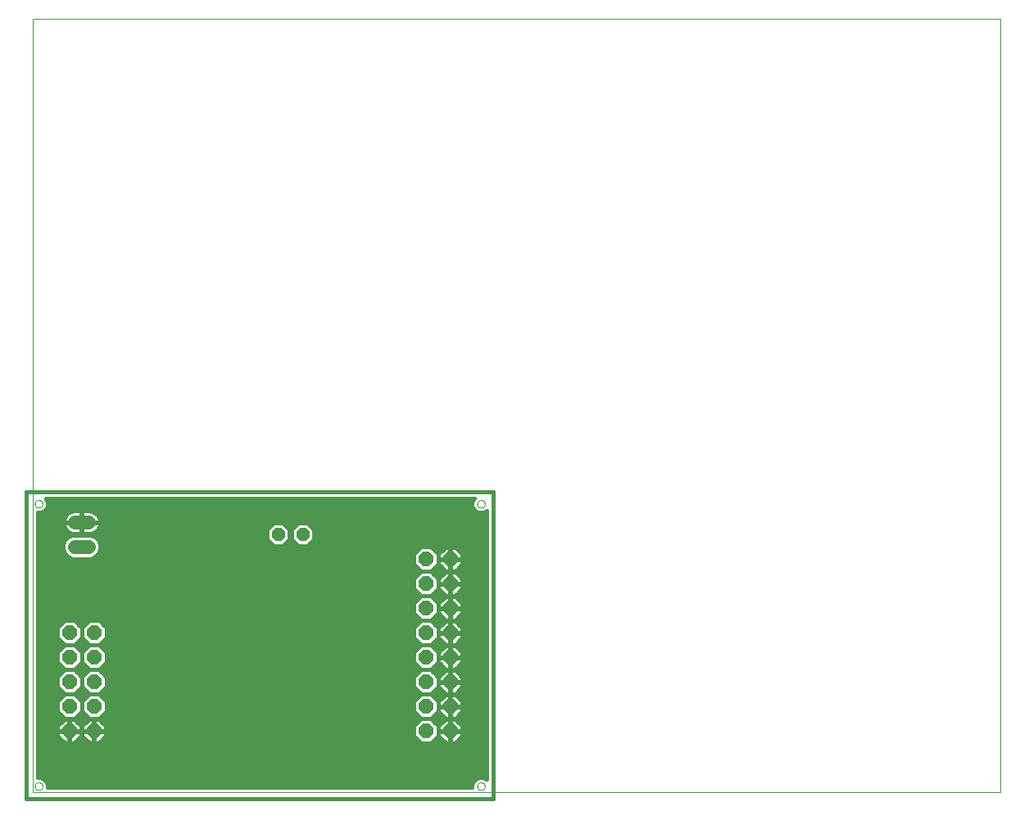
<source format=gbl>
G75*
G70*
%OFA0B0*%
%FSLAX24Y24*%
%IPPOS*%
%LPD*%
%AMOC8*
5,1,8,0,0,1.08239X$1,22.5*
%
%ADD10C,0.0000*%
%ADD11C,0.0160*%
%ADD12OC8,0.0594*%
%ADD13C,0.0560*%
%ADD14OC8,0.0520*%
D10*
X000430Y000430D02*
X000430Y031926D01*
X039800Y031926D01*
X039800Y000430D01*
X000430Y000430D01*
X000523Y000680D02*
X000525Y000705D01*
X000531Y000729D01*
X000540Y000751D01*
X000553Y000772D01*
X000569Y000791D01*
X000588Y000807D01*
X000609Y000820D01*
X000631Y000829D01*
X000655Y000835D01*
X000680Y000837D01*
X000705Y000835D01*
X000729Y000829D01*
X000751Y000820D01*
X000772Y000807D01*
X000791Y000791D01*
X000807Y000772D01*
X000820Y000751D01*
X000829Y000729D01*
X000835Y000705D01*
X000837Y000680D01*
X000835Y000655D01*
X000829Y000631D01*
X000820Y000609D01*
X000807Y000588D01*
X000791Y000569D01*
X000772Y000553D01*
X000751Y000540D01*
X000729Y000531D01*
X000705Y000525D01*
X000680Y000523D01*
X000655Y000525D01*
X000631Y000531D01*
X000609Y000540D01*
X000588Y000553D01*
X000569Y000569D01*
X000553Y000588D01*
X000540Y000609D01*
X000531Y000631D01*
X000525Y000655D01*
X000523Y000680D01*
X000523Y012180D02*
X000525Y012205D01*
X000531Y012229D01*
X000540Y012251D01*
X000553Y012272D01*
X000569Y012291D01*
X000588Y012307D01*
X000609Y012320D01*
X000631Y012329D01*
X000655Y012335D01*
X000680Y012337D01*
X000705Y012335D01*
X000729Y012329D01*
X000751Y012320D01*
X000772Y012307D01*
X000791Y012291D01*
X000807Y012272D01*
X000820Y012251D01*
X000829Y012229D01*
X000835Y012205D01*
X000837Y012180D01*
X000835Y012155D01*
X000829Y012131D01*
X000820Y012109D01*
X000807Y012088D01*
X000791Y012069D01*
X000772Y012053D01*
X000751Y012040D01*
X000729Y012031D01*
X000705Y012025D01*
X000680Y012023D01*
X000655Y012025D01*
X000631Y012031D01*
X000609Y012040D01*
X000588Y012053D01*
X000569Y012069D01*
X000553Y012088D01*
X000540Y012109D01*
X000531Y012131D01*
X000525Y012155D01*
X000523Y012180D01*
X018523Y012180D02*
X018525Y012205D01*
X018531Y012229D01*
X018540Y012251D01*
X018553Y012272D01*
X018569Y012291D01*
X018588Y012307D01*
X018609Y012320D01*
X018631Y012329D01*
X018655Y012335D01*
X018680Y012337D01*
X018705Y012335D01*
X018729Y012329D01*
X018751Y012320D01*
X018772Y012307D01*
X018791Y012291D01*
X018807Y012272D01*
X018820Y012251D01*
X018829Y012229D01*
X018835Y012205D01*
X018837Y012180D01*
X018835Y012155D01*
X018829Y012131D01*
X018820Y012109D01*
X018807Y012088D01*
X018791Y012069D01*
X018772Y012053D01*
X018751Y012040D01*
X018729Y012031D01*
X018705Y012025D01*
X018680Y012023D01*
X018655Y012025D01*
X018631Y012031D01*
X018609Y012040D01*
X018588Y012053D01*
X018569Y012069D01*
X018553Y012088D01*
X018540Y012109D01*
X018531Y012131D01*
X018525Y012155D01*
X018523Y012180D01*
X018523Y000680D02*
X018525Y000705D01*
X018531Y000729D01*
X018540Y000751D01*
X018553Y000772D01*
X018569Y000791D01*
X018588Y000807D01*
X018609Y000820D01*
X018631Y000829D01*
X018655Y000835D01*
X018680Y000837D01*
X018705Y000835D01*
X018729Y000829D01*
X018751Y000820D01*
X018772Y000807D01*
X018791Y000791D01*
X018807Y000772D01*
X018820Y000751D01*
X018829Y000729D01*
X018835Y000705D01*
X018837Y000680D01*
X018835Y000655D01*
X018829Y000631D01*
X018820Y000609D01*
X018807Y000588D01*
X018791Y000569D01*
X018772Y000553D01*
X018751Y000540D01*
X018729Y000531D01*
X018705Y000525D01*
X018680Y000523D01*
X018655Y000525D01*
X018631Y000531D01*
X018609Y000540D01*
X018588Y000553D01*
X018569Y000569D01*
X018553Y000588D01*
X018540Y000609D01*
X018531Y000631D01*
X018525Y000655D01*
X018523Y000680D01*
D11*
X019180Y000180D02*
X000180Y000180D01*
X000180Y012680D01*
X019180Y012680D01*
X019180Y000180D01*
X018323Y000751D02*
X018377Y000882D01*
X018478Y000983D01*
X018609Y001037D01*
X018751Y001037D01*
X018882Y000983D01*
X018900Y000966D01*
X018900Y011894D01*
X018882Y011877D01*
X018751Y011823D01*
X018609Y011823D01*
X018478Y011877D01*
X018377Y011978D01*
X018323Y012109D01*
X018323Y012251D01*
X018377Y012382D01*
X018394Y012400D01*
X000966Y012400D01*
X000983Y012382D01*
X001037Y012251D01*
X001037Y012109D01*
X000983Y011978D01*
X000882Y011877D01*
X000751Y011823D01*
X000630Y011823D01*
X000630Y001037D01*
X000751Y001037D01*
X000882Y000983D01*
X000983Y000882D01*
X001037Y000751D01*
X001037Y000630D01*
X018323Y000630D01*
X018323Y000751D01*
X018323Y000747D02*
X001037Y000747D01*
X000960Y000906D02*
X018400Y000906D01*
X018900Y001064D02*
X000630Y001064D01*
X000630Y001223D02*
X018900Y001223D01*
X018900Y001381D02*
X000630Y001381D01*
X000630Y001540D02*
X018900Y001540D01*
X018900Y001698D02*
X000630Y001698D01*
X000630Y001857D02*
X018900Y001857D01*
X018900Y002015D02*
X000630Y002015D01*
X000630Y002174D02*
X018900Y002174D01*
X018900Y002332D02*
X000630Y002332D01*
X000630Y002491D02*
X001695Y002491D01*
X001732Y002453D02*
X001453Y002732D01*
X001453Y002912D01*
X001912Y002912D01*
X001912Y002948D01*
X001453Y002948D01*
X001453Y003128D01*
X001732Y003407D01*
X001912Y003407D01*
X001912Y002948D01*
X001948Y002948D01*
X001948Y003407D01*
X002128Y003407D01*
X002407Y003128D01*
X002407Y002948D01*
X001948Y002948D01*
X001948Y002912D01*
X002407Y002912D01*
X002407Y002732D01*
X002128Y002453D01*
X001948Y002453D01*
X001948Y002912D01*
X001912Y002912D01*
X001912Y002453D01*
X001732Y002453D01*
X001912Y002491D02*
X001948Y002491D01*
X001948Y002649D02*
X001912Y002649D01*
X001912Y002808D02*
X001948Y002808D01*
X001948Y002966D02*
X001912Y002966D01*
X001912Y003125D02*
X001948Y003125D01*
X001948Y003283D02*
X001912Y003283D01*
X001724Y003433D02*
X002136Y003433D01*
X002427Y003724D01*
X002427Y004136D01*
X002136Y004427D01*
X001724Y004427D01*
X001433Y004136D01*
X001433Y003724D01*
X001724Y003433D01*
X001716Y003442D02*
X000630Y003442D01*
X000630Y003600D02*
X001557Y003600D01*
X001433Y003759D02*
X000630Y003759D01*
X000630Y003917D02*
X001433Y003917D01*
X001433Y004076D02*
X000630Y004076D01*
X000630Y004234D02*
X001531Y004234D01*
X001690Y004393D02*
X000630Y004393D01*
X000630Y004551D02*
X001606Y004551D01*
X001724Y004433D02*
X002136Y004433D01*
X002427Y004724D01*
X002427Y005136D01*
X002136Y005427D01*
X001724Y005427D01*
X001433Y005136D01*
X001433Y004724D01*
X001724Y004433D01*
X001448Y004710D02*
X000630Y004710D01*
X000630Y004868D02*
X001433Y004868D01*
X001433Y005027D02*
X000630Y005027D01*
X000630Y005185D02*
X001482Y005185D01*
X001641Y005344D02*
X000630Y005344D01*
X000630Y005502D02*
X001655Y005502D01*
X001724Y005433D02*
X002136Y005433D01*
X002427Y005724D01*
X002427Y006136D01*
X002136Y006427D01*
X001724Y006427D01*
X001433Y006136D01*
X001433Y005724D01*
X001724Y005433D01*
X001497Y005661D02*
X000630Y005661D01*
X000630Y005819D02*
X001433Y005819D01*
X001433Y005978D02*
X000630Y005978D01*
X000630Y006136D02*
X001433Y006136D01*
X001592Y006295D02*
X000630Y006295D01*
X000630Y006453D02*
X001704Y006453D01*
X001724Y006433D02*
X002136Y006433D01*
X002427Y006724D01*
X002427Y007136D01*
X002136Y007427D01*
X001724Y007427D01*
X001433Y007136D01*
X001433Y006724D01*
X001724Y006433D01*
X001546Y006612D02*
X000630Y006612D01*
X000630Y006770D02*
X001433Y006770D01*
X001433Y006929D02*
X000630Y006929D01*
X000630Y007087D02*
X001433Y007087D01*
X001543Y007246D02*
X000630Y007246D01*
X000630Y007404D02*
X001701Y007404D01*
X002159Y007404D02*
X002701Y007404D01*
X002724Y007427D02*
X002433Y007136D01*
X002433Y006724D01*
X002724Y006433D01*
X003136Y006433D01*
X003427Y006724D01*
X003427Y007136D01*
X003136Y007427D01*
X002724Y007427D01*
X002543Y007246D02*
X002317Y007246D01*
X002427Y007087D02*
X002433Y007087D01*
X002427Y006929D02*
X002433Y006929D01*
X002427Y006770D02*
X002433Y006770D01*
X002546Y006612D02*
X002314Y006612D01*
X002156Y006453D02*
X002704Y006453D01*
X002724Y006427D02*
X002433Y006136D01*
X002433Y005724D01*
X002724Y005433D01*
X003136Y005433D01*
X003427Y005724D01*
X003427Y006136D01*
X003136Y006427D01*
X002724Y006427D01*
X002592Y006295D02*
X002268Y006295D01*
X002427Y006136D02*
X002433Y006136D01*
X002427Y005978D02*
X002433Y005978D01*
X002427Y005819D02*
X002433Y005819D01*
X002497Y005661D02*
X002363Y005661D01*
X002205Y005502D02*
X002655Y005502D01*
X002724Y005427D02*
X002433Y005136D01*
X002433Y004724D01*
X002724Y004433D01*
X003136Y004433D01*
X003427Y004724D01*
X003427Y005136D01*
X003136Y005427D01*
X002724Y005427D01*
X002641Y005344D02*
X002219Y005344D01*
X002378Y005185D02*
X002482Y005185D01*
X002433Y005027D02*
X002427Y005027D01*
X002427Y004868D02*
X002433Y004868D01*
X002448Y004710D02*
X002412Y004710D01*
X002254Y004551D02*
X002606Y004551D01*
X002724Y004427D02*
X002433Y004136D01*
X002433Y003724D01*
X002724Y003433D01*
X003136Y003433D01*
X003427Y003724D01*
X003427Y004136D01*
X003136Y004427D01*
X002724Y004427D01*
X002690Y004393D02*
X002170Y004393D01*
X002329Y004234D02*
X002531Y004234D01*
X002433Y004076D02*
X002427Y004076D01*
X002427Y003917D02*
X002433Y003917D01*
X002427Y003759D02*
X002433Y003759D01*
X002557Y003600D02*
X002303Y003600D01*
X002144Y003442D02*
X002716Y003442D01*
X002732Y003407D02*
X002453Y003128D01*
X002453Y002948D01*
X002912Y002948D01*
X002912Y002912D01*
X002453Y002912D01*
X002453Y002732D01*
X002732Y002453D01*
X002912Y002453D01*
X002912Y002912D01*
X002948Y002912D01*
X002948Y002948D01*
X002912Y002948D01*
X002912Y003407D01*
X002732Y003407D01*
X002609Y003283D02*
X002251Y003283D01*
X002407Y003125D02*
X002453Y003125D01*
X002453Y002966D02*
X002407Y002966D01*
X002407Y002808D02*
X002453Y002808D01*
X002537Y002649D02*
X002323Y002649D01*
X002165Y002491D02*
X002695Y002491D01*
X002912Y002491D02*
X002948Y002491D01*
X002948Y002453D02*
X003128Y002453D01*
X003407Y002732D01*
X003407Y002912D01*
X002948Y002912D01*
X002948Y002453D01*
X002948Y002649D02*
X002912Y002649D01*
X002912Y002808D02*
X002948Y002808D01*
X002948Y002948D02*
X003407Y002948D01*
X003407Y003128D01*
X003128Y003407D01*
X002948Y003407D01*
X002948Y002948D01*
X002948Y002966D02*
X002912Y002966D01*
X002912Y003125D02*
X002948Y003125D01*
X002948Y003283D02*
X002912Y003283D01*
X003144Y003442D02*
X016216Y003442D01*
X016224Y003433D02*
X016636Y003433D01*
X016927Y003724D01*
X016927Y004136D01*
X016636Y004427D01*
X016224Y004427D01*
X015933Y004136D01*
X015933Y003724D01*
X016224Y003433D01*
X016224Y003427D02*
X015933Y003136D01*
X015933Y002724D01*
X016224Y002433D01*
X016636Y002433D01*
X016927Y002724D01*
X016927Y003136D01*
X016636Y003427D01*
X016224Y003427D01*
X016080Y003283D02*
X003251Y003283D01*
X003407Y003125D02*
X015933Y003125D01*
X015933Y002966D02*
X003407Y002966D01*
X003407Y002808D02*
X015933Y002808D01*
X016008Y002649D02*
X003323Y002649D01*
X003165Y002491D02*
X016167Y002491D01*
X016693Y002491D02*
X017195Y002491D01*
X017232Y002453D02*
X016953Y002732D01*
X016953Y002912D01*
X017412Y002912D01*
X017412Y002948D01*
X016953Y002948D01*
X016953Y003128D01*
X017232Y003407D01*
X017412Y003407D01*
X017412Y002948D01*
X017448Y002948D01*
X017448Y003407D01*
X017628Y003407D01*
X017907Y003128D01*
X017907Y002948D01*
X017448Y002948D01*
X017448Y002912D01*
X017907Y002912D01*
X017907Y002732D01*
X017628Y002453D01*
X017448Y002453D01*
X017448Y002912D01*
X017412Y002912D01*
X017412Y002453D01*
X017232Y002453D01*
X017412Y002491D02*
X017448Y002491D01*
X017448Y002649D02*
X017412Y002649D01*
X017412Y002808D02*
X017448Y002808D01*
X017448Y002966D02*
X017412Y002966D01*
X017412Y003125D02*
X017448Y003125D01*
X017448Y003283D02*
X017412Y003283D01*
X017412Y003453D02*
X017412Y003912D01*
X016953Y003912D01*
X016953Y003732D01*
X017232Y003453D01*
X017412Y003453D01*
X017448Y003453D02*
X017628Y003453D01*
X017907Y003732D01*
X017907Y003912D01*
X017448Y003912D01*
X017448Y003948D01*
X017412Y003948D01*
X017412Y003912D01*
X017448Y003912D01*
X017448Y003453D01*
X017448Y003600D02*
X017412Y003600D01*
X017412Y003759D02*
X017448Y003759D01*
X017448Y003917D02*
X018900Y003917D01*
X018900Y003759D02*
X017907Y003759D01*
X017907Y003948D02*
X017448Y003948D01*
X017448Y004407D01*
X017628Y004407D01*
X017907Y004128D01*
X017907Y003948D01*
X017907Y004076D02*
X018900Y004076D01*
X018900Y004234D02*
X017800Y004234D01*
X017642Y004393D02*
X018900Y004393D01*
X018900Y004551D02*
X017725Y004551D01*
X017628Y004453D02*
X017907Y004732D01*
X017907Y004912D01*
X017448Y004912D01*
X017448Y004948D01*
X017412Y004948D01*
X017412Y004912D01*
X016953Y004912D01*
X016953Y004732D01*
X017232Y004453D01*
X017412Y004453D01*
X017412Y004912D01*
X017448Y004912D01*
X017448Y004453D01*
X017628Y004453D01*
X017448Y004393D02*
X017412Y004393D01*
X017412Y004407D02*
X017232Y004407D01*
X016953Y004128D01*
X016953Y003948D01*
X017412Y003948D01*
X017412Y004407D01*
X017412Y004551D02*
X017448Y004551D01*
X017448Y004710D02*
X017412Y004710D01*
X017412Y004868D02*
X017448Y004868D01*
X017448Y004948D02*
X017907Y004948D01*
X017907Y005128D01*
X017628Y005407D01*
X017448Y005407D01*
X017448Y004948D01*
X017412Y004948D02*
X017412Y005407D01*
X017232Y005407D01*
X016953Y005128D01*
X016953Y004948D01*
X017412Y004948D01*
X017412Y005027D02*
X017448Y005027D01*
X017448Y005185D02*
X017412Y005185D01*
X017412Y005344D02*
X017448Y005344D01*
X017448Y005453D02*
X017628Y005453D01*
X017907Y005732D01*
X017907Y005912D01*
X017448Y005912D01*
X017448Y005948D01*
X017412Y005948D01*
X017412Y005912D01*
X016953Y005912D01*
X016953Y005732D01*
X017232Y005453D01*
X017412Y005453D01*
X017412Y005912D01*
X017448Y005912D01*
X017448Y005453D01*
X017448Y005502D02*
X017412Y005502D01*
X017412Y005661D02*
X017448Y005661D01*
X017448Y005819D02*
X017412Y005819D01*
X017412Y005948D02*
X016953Y005948D01*
X016953Y006128D01*
X017232Y006407D01*
X017412Y006407D01*
X017412Y005948D01*
X017412Y005978D02*
X017448Y005978D01*
X017448Y005948D02*
X017448Y006407D01*
X017628Y006407D01*
X017907Y006128D01*
X017907Y005948D01*
X017448Y005948D01*
X017448Y006136D02*
X017412Y006136D01*
X017412Y006295D02*
X017448Y006295D01*
X017448Y006453D02*
X017628Y006453D01*
X017907Y006732D01*
X017907Y006912D01*
X017448Y006912D01*
X017448Y006948D01*
X017412Y006948D01*
X017412Y006912D01*
X016953Y006912D01*
X016953Y006732D01*
X017232Y006453D01*
X017412Y006453D01*
X017412Y006912D01*
X017448Y006912D01*
X017448Y006453D01*
X017448Y006612D02*
X017412Y006612D01*
X017412Y006770D02*
X017448Y006770D01*
X017448Y006929D02*
X018900Y006929D01*
X018900Y007087D02*
X017907Y007087D01*
X017907Y007128D02*
X017628Y007407D01*
X017448Y007407D01*
X017448Y006948D01*
X017907Y006948D01*
X017907Y007128D01*
X017789Y007246D02*
X018900Y007246D01*
X018900Y007404D02*
X017630Y007404D01*
X017628Y007453D02*
X017907Y007732D01*
X017907Y007912D01*
X017448Y007912D01*
X017448Y007948D01*
X017412Y007948D01*
X017412Y007912D01*
X016953Y007912D01*
X016953Y007732D01*
X017232Y007453D01*
X017412Y007453D01*
X017412Y007912D01*
X017448Y007912D01*
X017448Y007453D01*
X017628Y007453D01*
X017737Y007563D02*
X018900Y007563D01*
X018900Y007721D02*
X017895Y007721D01*
X017907Y007880D02*
X018900Y007880D01*
X018900Y008038D02*
X017907Y008038D01*
X017907Y008128D02*
X017628Y008407D01*
X017448Y008407D01*
X017448Y007948D01*
X017907Y007948D01*
X017907Y008128D01*
X017838Y008197D02*
X018900Y008197D01*
X018900Y008355D02*
X017679Y008355D01*
X017628Y008453D02*
X017907Y008732D01*
X017907Y008912D01*
X017448Y008912D01*
X017448Y008948D01*
X017412Y008948D01*
X017412Y008912D01*
X016953Y008912D01*
X016953Y008732D01*
X017232Y008453D01*
X017412Y008453D01*
X017412Y008912D01*
X017448Y008912D01*
X017448Y008453D01*
X017628Y008453D01*
X017688Y008514D02*
X018900Y008514D01*
X018900Y008672D02*
X017846Y008672D01*
X017907Y008831D02*
X018900Y008831D01*
X018900Y008989D02*
X017907Y008989D01*
X017907Y008948D02*
X017907Y009128D01*
X017628Y009407D01*
X017448Y009407D01*
X017448Y008948D01*
X017907Y008948D01*
X017887Y009148D02*
X018900Y009148D01*
X018900Y009306D02*
X017728Y009306D01*
X017628Y009453D02*
X017907Y009732D01*
X017907Y009912D01*
X017448Y009912D01*
X017448Y009948D01*
X017412Y009948D01*
X017412Y009912D01*
X016953Y009912D01*
X016953Y009732D01*
X017232Y009453D01*
X017412Y009453D01*
X017412Y009912D01*
X017448Y009912D01*
X017448Y009453D01*
X017628Y009453D01*
X017639Y009465D02*
X018900Y009465D01*
X018900Y009623D02*
X017797Y009623D01*
X017907Y009782D02*
X018900Y009782D01*
X018900Y009940D02*
X017448Y009940D01*
X017448Y009948D02*
X017907Y009948D01*
X017907Y010128D01*
X017628Y010407D01*
X017448Y010407D01*
X017448Y009948D01*
X017412Y009948D02*
X017412Y010407D01*
X017232Y010407D01*
X016953Y010128D01*
X016953Y009948D01*
X017412Y009948D01*
X017412Y009940D02*
X016927Y009940D01*
X016927Y009782D02*
X016953Y009782D01*
X016927Y009724D02*
X016636Y009433D01*
X016224Y009433D01*
X015933Y009724D01*
X015933Y010136D01*
X016224Y010427D01*
X016636Y010427D01*
X016927Y010136D01*
X016927Y009724D01*
X016826Y009623D02*
X017063Y009623D01*
X017221Y009465D02*
X016667Y009465D01*
X016636Y009427D02*
X016224Y009427D01*
X015933Y009136D01*
X015933Y008724D01*
X016224Y008433D01*
X016636Y008433D01*
X016927Y008724D01*
X016927Y009136D01*
X016636Y009427D01*
X016757Y009306D02*
X017132Y009306D01*
X017232Y009407D02*
X016953Y009128D01*
X016953Y008948D01*
X017412Y008948D01*
X017412Y009407D01*
X017232Y009407D01*
X017412Y009465D02*
X017448Y009465D01*
X017448Y009623D02*
X017412Y009623D01*
X017412Y009782D02*
X017448Y009782D01*
X017448Y010099D02*
X017412Y010099D01*
X017412Y010257D02*
X017448Y010257D01*
X017777Y010257D02*
X018900Y010257D01*
X018900Y010099D02*
X017907Y010099D01*
X017083Y010257D02*
X016806Y010257D01*
X016927Y010099D02*
X016953Y010099D01*
X016647Y010416D02*
X018900Y010416D01*
X018900Y010574D02*
X011725Y010574D01*
X011621Y010470D02*
X011890Y010739D01*
X011890Y011121D01*
X011621Y011390D01*
X011239Y011390D01*
X010970Y011121D01*
X010970Y010739D01*
X011239Y010470D01*
X011621Y010470D01*
X011883Y010733D02*
X018900Y010733D01*
X018900Y010891D02*
X011890Y010891D01*
X011890Y011050D02*
X018900Y011050D01*
X018900Y011208D02*
X011803Y011208D01*
X011644Y011367D02*
X018900Y011367D01*
X018900Y011525D02*
X003161Y011525D01*
X003159Y011538D02*
X003170Y011466D01*
X003170Y011440D01*
X002440Y011440D01*
X002420Y011440D01*
X002420Y011890D01*
X002114Y011890D01*
X002042Y011879D01*
X001973Y011856D01*
X001909Y011823D01*
X001850Y011781D01*
X001799Y011730D01*
X001757Y011671D01*
X001724Y011607D01*
X001701Y011538D01*
X001690Y011466D01*
X001690Y011440D01*
X002420Y011440D01*
X002420Y011420D01*
X002440Y011420D01*
X002440Y011440D01*
X002440Y011890D01*
X002746Y011890D01*
X002818Y011879D01*
X002887Y011856D01*
X002951Y011823D01*
X003010Y011781D01*
X003061Y011730D01*
X003103Y011671D01*
X003136Y011607D01*
X003159Y011538D01*
X003170Y011420D02*
X002440Y011420D01*
X002440Y010970D01*
X002746Y010970D01*
X002818Y010981D01*
X002887Y011004D01*
X002951Y011037D01*
X003010Y011079D01*
X003061Y011130D01*
X003103Y011189D01*
X003136Y011253D01*
X003159Y011322D01*
X003170Y011394D01*
X003170Y011420D01*
X003166Y011367D02*
X010216Y011367D01*
X010239Y011390D02*
X009970Y011121D01*
X009970Y010739D01*
X010239Y010470D01*
X010621Y010470D01*
X010890Y010739D01*
X010890Y011121D01*
X010621Y011390D01*
X010239Y011390D01*
X010057Y011208D02*
X003113Y011208D01*
X002969Y011050D02*
X009970Y011050D01*
X009970Y010891D02*
X002851Y010891D01*
X002805Y010910D02*
X002055Y010910D01*
X001878Y010837D01*
X001743Y010702D01*
X001670Y010525D01*
X001670Y010335D01*
X001743Y010158D01*
X001878Y010023D01*
X002055Y009950D01*
X002805Y009950D01*
X002982Y010023D01*
X003117Y010158D01*
X003190Y010335D01*
X003190Y010525D01*
X003117Y010702D01*
X002982Y010837D01*
X002805Y010910D01*
X003086Y010733D02*
X009977Y010733D01*
X010135Y010574D02*
X003170Y010574D01*
X003190Y010416D02*
X016213Y010416D01*
X016054Y010257D02*
X003158Y010257D01*
X003057Y010099D02*
X015933Y010099D01*
X015933Y009940D02*
X000630Y009940D01*
X000630Y009782D02*
X015933Y009782D01*
X016034Y009623D02*
X000630Y009623D01*
X000630Y009465D02*
X016193Y009465D01*
X016103Y009306D02*
X000630Y009306D01*
X000630Y009148D02*
X015945Y009148D01*
X015933Y008989D02*
X000630Y008989D01*
X000630Y008831D02*
X015933Y008831D01*
X015985Y008672D02*
X000630Y008672D01*
X000630Y008514D02*
X016144Y008514D01*
X016224Y008427D02*
X015933Y008136D01*
X015933Y007724D01*
X016224Y007433D01*
X016636Y007433D01*
X016927Y007724D01*
X016927Y008136D01*
X016636Y008427D01*
X016224Y008427D01*
X016152Y008355D02*
X000630Y008355D01*
X000630Y008197D02*
X015994Y008197D01*
X015933Y008038D02*
X000630Y008038D01*
X000630Y007880D02*
X015933Y007880D01*
X015936Y007721D02*
X000630Y007721D01*
X000630Y007563D02*
X016095Y007563D01*
X016224Y007427D02*
X015933Y007136D01*
X015933Y006724D01*
X016224Y006433D01*
X016636Y006433D01*
X016927Y006724D01*
X016927Y007136D01*
X016636Y007427D01*
X016224Y007427D01*
X016201Y007404D02*
X003159Y007404D01*
X003317Y007246D02*
X016043Y007246D01*
X015933Y007087D02*
X003427Y007087D01*
X003427Y006929D02*
X015933Y006929D01*
X015933Y006770D02*
X003427Y006770D01*
X003314Y006612D02*
X016046Y006612D01*
X016204Y006453D02*
X003156Y006453D01*
X003268Y006295D02*
X016092Y006295D01*
X016224Y006427D02*
X015933Y006136D01*
X015933Y005724D01*
X016224Y005433D01*
X016636Y005433D01*
X016927Y005724D01*
X016927Y006136D01*
X016636Y006427D01*
X016224Y006427D01*
X015933Y006136D02*
X003427Y006136D01*
X003427Y005978D02*
X015933Y005978D01*
X015933Y005819D02*
X003427Y005819D01*
X003363Y005661D02*
X015997Y005661D01*
X016155Y005502D02*
X003205Y005502D01*
X003219Y005344D02*
X016141Y005344D01*
X016224Y005427D02*
X015933Y005136D01*
X015933Y004724D01*
X016224Y004433D01*
X016636Y004433D01*
X016927Y004724D01*
X016927Y005136D01*
X016636Y005427D01*
X016224Y005427D01*
X015982Y005185D02*
X003378Y005185D01*
X003427Y005027D02*
X015933Y005027D01*
X015933Y004868D02*
X003427Y004868D01*
X003412Y004710D02*
X015948Y004710D01*
X016106Y004551D02*
X003254Y004551D01*
X003170Y004393D02*
X016190Y004393D01*
X016031Y004234D02*
X003329Y004234D01*
X003427Y004076D02*
X015933Y004076D01*
X015933Y003917D02*
X003427Y003917D01*
X003427Y003759D02*
X015933Y003759D01*
X016057Y003600D02*
X003303Y003600D01*
X001609Y003283D02*
X000630Y003283D01*
X000630Y003125D02*
X001453Y003125D01*
X001453Y002966D02*
X000630Y002966D01*
X000630Y002808D02*
X001453Y002808D01*
X001537Y002649D02*
X000630Y002649D01*
X000630Y010099D02*
X001803Y010099D01*
X001702Y010257D02*
X000630Y010257D01*
X000630Y010416D02*
X001670Y010416D01*
X001690Y010574D02*
X000630Y010574D01*
X000630Y010733D02*
X001774Y010733D01*
X002009Y010891D02*
X000630Y010891D01*
X000630Y011050D02*
X001891Y011050D01*
X001909Y011037D02*
X001973Y011004D01*
X002042Y010981D01*
X002114Y010970D01*
X002420Y010970D01*
X002420Y011420D01*
X001690Y011420D01*
X001690Y011394D01*
X001701Y011322D01*
X001724Y011253D01*
X001757Y011189D01*
X001799Y011130D01*
X001850Y011079D01*
X001909Y011037D01*
X001747Y011208D02*
X000630Y011208D01*
X000630Y011367D02*
X001694Y011367D01*
X001699Y011525D02*
X000630Y011525D01*
X000630Y011684D02*
X001766Y011684D01*
X001945Y011842D02*
X000798Y011842D01*
X000993Y012001D02*
X018367Y012001D01*
X018323Y012159D02*
X001037Y012159D01*
X001010Y012318D02*
X018350Y012318D01*
X018562Y011842D02*
X002915Y011842D01*
X003094Y011684D02*
X018900Y011684D01*
X018900Y011842D02*
X018798Y011842D01*
X017448Y009306D02*
X017412Y009306D01*
X017412Y009148D02*
X017448Y009148D01*
X017448Y008989D02*
X017412Y008989D01*
X017412Y008831D02*
X017448Y008831D01*
X017448Y008672D02*
X017412Y008672D01*
X017412Y008514D02*
X017448Y008514D01*
X017412Y008407D02*
X017232Y008407D01*
X016953Y008128D01*
X016953Y007948D01*
X017412Y007948D01*
X017412Y008407D01*
X017412Y008355D02*
X017448Y008355D01*
X017448Y008197D02*
X017412Y008197D01*
X017412Y008038D02*
X017448Y008038D01*
X017448Y007880D02*
X017412Y007880D01*
X017412Y007721D02*
X017448Y007721D01*
X017448Y007563D02*
X017412Y007563D01*
X017412Y007407D02*
X017232Y007407D01*
X016953Y007128D01*
X016953Y006948D01*
X017412Y006948D01*
X017412Y007407D01*
X017412Y007404D02*
X017448Y007404D01*
X017448Y007246D02*
X017412Y007246D01*
X017412Y007087D02*
X017448Y007087D01*
X017412Y006929D02*
X016927Y006929D01*
X016927Y007087D02*
X016953Y007087D01*
X017071Y007246D02*
X016817Y007246D01*
X016659Y007404D02*
X017230Y007404D01*
X017123Y007563D02*
X016765Y007563D01*
X016924Y007721D02*
X016965Y007721D01*
X016953Y007880D02*
X016927Y007880D01*
X016927Y008038D02*
X016953Y008038D01*
X017022Y008197D02*
X016866Y008197D01*
X016708Y008355D02*
X017181Y008355D01*
X017172Y008514D02*
X016716Y008514D01*
X016875Y008672D02*
X017014Y008672D01*
X016953Y008831D02*
X016927Y008831D01*
X016927Y008989D02*
X016953Y008989D01*
X016973Y009148D02*
X016915Y009148D01*
X016927Y006770D02*
X016953Y006770D01*
X017074Y006612D02*
X016814Y006612D01*
X016656Y006453D02*
X018900Y006453D01*
X018900Y006295D02*
X017740Y006295D01*
X017898Y006136D02*
X018900Y006136D01*
X018900Y005978D02*
X017907Y005978D01*
X017907Y005819D02*
X018900Y005819D01*
X018900Y005661D02*
X017835Y005661D01*
X017676Y005502D02*
X018900Y005502D01*
X018900Y005344D02*
X017691Y005344D01*
X017849Y005185D02*
X018900Y005185D01*
X018900Y005027D02*
X017907Y005027D01*
X017907Y004868D02*
X018900Y004868D01*
X018900Y004710D02*
X017884Y004710D01*
X017448Y004234D02*
X017412Y004234D01*
X017412Y004076D02*
X017448Y004076D01*
X017412Y003917D02*
X016927Y003917D01*
X016927Y003759D02*
X016953Y003759D01*
X017086Y003600D02*
X016803Y003600D01*
X016644Y003442D02*
X018900Y003442D01*
X018900Y003600D02*
X017774Y003600D01*
X017751Y003283D02*
X018900Y003283D01*
X018900Y003125D02*
X017907Y003125D01*
X017907Y002966D02*
X018900Y002966D01*
X018900Y002808D02*
X017907Y002808D01*
X017823Y002649D02*
X018900Y002649D01*
X018900Y002491D02*
X017665Y002491D01*
X017037Y002649D02*
X016852Y002649D01*
X016927Y002808D02*
X016953Y002808D01*
X016953Y002966D02*
X016927Y002966D01*
X016927Y003125D02*
X016953Y003125D01*
X017109Y003283D02*
X016780Y003283D01*
X016927Y004076D02*
X016953Y004076D01*
X017060Y004234D02*
X016829Y004234D01*
X016670Y004393D02*
X017218Y004393D01*
X017135Y004551D02*
X016754Y004551D01*
X016912Y004710D02*
X016976Y004710D01*
X016953Y004868D02*
X016927Y004868D01*
X016927Y005027D02*
X016953Y005027D01*
X017011Y005185D02*
X016878Y005185D01*
X016719Y005344D02*
X017169Y005344D01*
X017184Y005502D02*
X016705Y005502D01*
X016863Y005661D02*
X017025Y005661D01*
X016953Y005819D02*
X016927Y005819D01*
X016927Y005978D02*
X016953Y005978D01*
X016962Y006136D02*
X016927Y006136D01*
X016768Y006295D02*
X017120Y006295D01*
X017786Y006612D02*
X018900Y006612D01*
X018900Y006770D02*
X017907Y006770D01*
X011216Y011367D02*
X010644Y011367D01*
X010803Y011208D02*
X011057Y011208D01*
X010970Y011050D02*
X010890Y011050D01*
X010890Y010891D02*
X010970Y010891D01*
X010977Y010733D02*
X010883Y010733D01*
X010725Y010574D02*
X011135Y010574D01*
X002440Y011050D02*
X002420Y011050D01*
X002420Y011208D02*
X002440Y011208D01*
X002440Y011367D02*
X002420Y011367D01*
X002420Y011525D02*
X002440Y011525D01*
X002440Y011684D02*
X002420Y011684D01*
X002420Y011842D02*
X002440Y011842D01*
D12*
X002930Y006930D03*
X002930Y005930D03*
X002930Y004930D03*
X002930Y003930D03*
X002930Y002930D03*
X001930Y002930D03*
X001930Y003930D03*
X001930Y004930D03*
X001930Y005930D03*
X001930Y006930D03*
X016430Y006930D03*
X017430Y006930D03*
X017430Y005930D03*
X016430Y005930D03*
X016430Y004930D03*
X017430Y004930D03*
X017430Y003930D03*
X016430Y003930D03*
X016430Y002930D03*
X017430Y002930D03*
X017430Y007930D03*
X016430Y007930D03*
X016430Y008930D03*
X017430Y008930D03*
X017430Y009930D03*
X016430Y009930D03*
D13*
X002710Y010430D02*
X002150Y010430D01*
X002150Y011430D02*
X002710Y011430D01*
D14*
X010430Y010930D03*
X011430Y010930D03*
M02*

</source>
